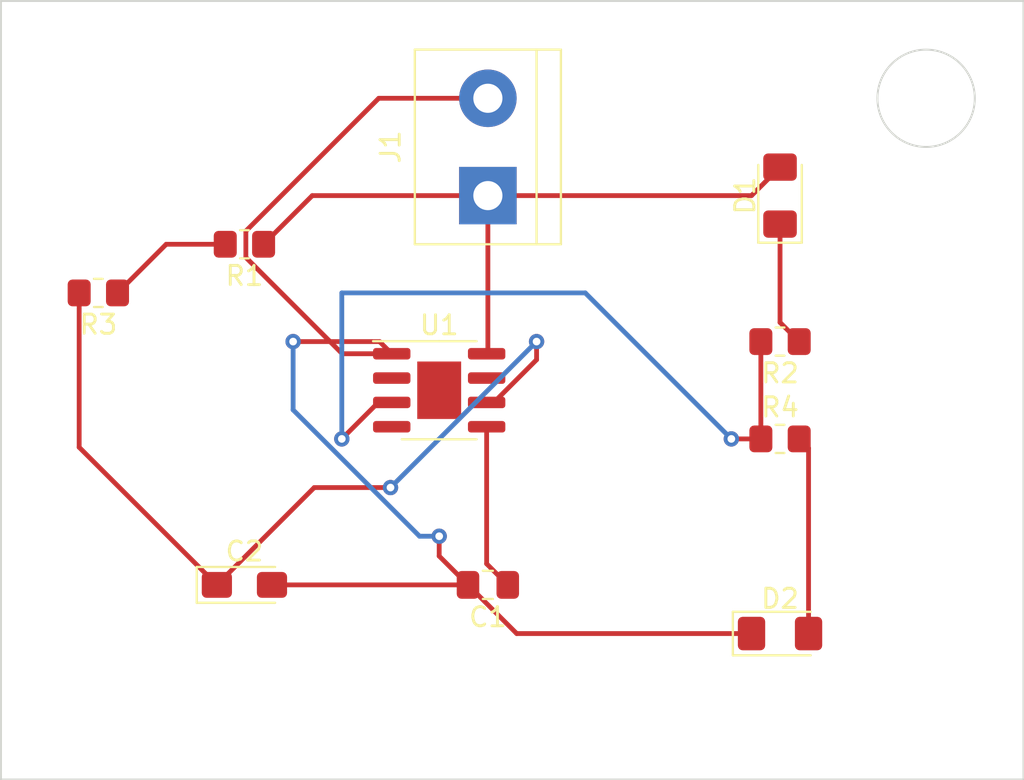
<source format=kicad_pcb>
(kicad_pcb (version 20211014) (generator pcbnew)
  (layers (0 "F.Cu" signal) (31 "B.Cu" signal) (34 "B.Paste" user) (35 "F.Paste" user) (36 "B.SilkS" user "B.Silkscreen") (37 "F.SilkS" user "F.Silkscreen") (38 "B.Mask" user) (39 "F.Mask" user) (44 "Edge.Cuts" user))
  (net 0 "")
  (net 1 "Net-(C1-Pad1)")
  (net 2 "GND")
  (net 3 "/pin_2")
  (net 4 "Net-(D1-Pad1)")
  (net 5 "+9V")
  (net 6 "Net-(D2-Pad2)")
  (net 7 "Net-(R1-Pad2)")
  (net 8 "/pin_3")
  (net 11 "/pin_7")
  (footprint "Capacitor_Tantalum_SMD:CP_EIA-3216-18_Kemet-A_Pad1.58x1.35mm_HandSolder" (layer "F.Cu") (at 144.78 104.14)
    (fp_text reference "C2" (at 0 -1.75) (layer "F.SilkS"))
    (fp_text value "10μF")
    (fp_line (start 1.6 -0.935) (end -2.485 -0.935) (layer "F.SilkS") (width 0.12))
    (fp_line (start -2.485 -0.935) (end -2.485 0.935) (layer "F.SilkS") (width 0.12))
    (fp_line (start -2.485 0.935) (end 1.6 0.935) (layer "F.SilkS") (width 0.12))
    (pad "1" smd roundrect (at -1.4375 0) (size 1.575 1.35) (layers "F.Cu" "F.Paste" "F.Mask") (roundrect_rratio 0.185185) (net 3 "/pin_2"))
    (pad "2" smd roundrect (at 1.4375 0) (size 1.575 1.35) (layers "F.Cu" "F.Paste" "F.Mask") (roundrect_rratio 0.185185) (net 2 "GND"))
  )
  (footprint "Resistor_SMD:R_0805_2012Metric_Pad1.20x1.40mm_HandSolder" (layer "F.Cu") (at 172.72 96.52)
    (fp_text reference "R4" (at 0 -1.65) (layer "F.SilkS"))
    (fp_text value "1k")
    (fp_line (start -0.227064 0.735) (end 0.227064 0.735) (layer "F.SilkS") (width 0.12))
    (fp_line (start -0.227064 -0.735) (end 0.227064 -0.735) (layer "F.SilkS") (width 0.12))
    (pad "1" smd roundrect (at -1 0) (size 1.2 1.4) (layers "F.Cu" "F.Paste" "F.Mask") (roundrect_rratio 0.208333) (net 8 "/pin_3"))
    (pad "2" smd roundrect (at 1 0) (size 1.2 1.4) (layers "F.Cu" "F.Paste" "F.Mask") (roundrect_rratio 0.208333) (net 6 "Net-(D2-Pad2)"))
  )
  (footprint "LED_SMD:LED_1206_3216Metric_Pad1.42x1.75mm_HandSolder" (layer "F.Cu") (at 172.72 83.82 90)
    (fp_text reference "D1" (at 0 -1.82 90) (layer "F.SilkS"))
    (fp_text value "LED")
    (fp_line (start -2.46 1.135) (end 1.6 1.135) (layer "F.SilkS") (width 0.12))
    (fp_line (start -2.46 -1.135) (end -2.46 1.135) (layer "F.SilkS") (width 0.12))
    (fp_line (start 1.6 -1.135) (end -2.46 -1.135) (layer "F.SilkS") (width 0.12))
    (pad "1" smd roundrect (at -1.4875 0 90) (size 1.425 1.75) (layers "F.Cu" "F.Paste" "F.Mask") (roundrect_rratio 0.175439) (net 4 "Net-(D1-Pad1)"))
    (pad "2" smd roundrect (at 1.4875 0 90) (size 1.425 1.75) (layers "F.Cu" "F.Paste" "F.Mask") (roundrect_rratio 0.175439) (net 5 "+9V"))
  )
  (footprint "Resistor_SMD:R_0805_2012Metric_Pad1.20x1.40mm_HandSolder" (layer "F.Cu") (at 144.78 86.36 180)
    (fp_text reference "R1" (at 0 -1.65) (layer "F.SilkS"))
    (fp_text value "1k")
    (fp_line (start -0.227064 -0.735) (end 0.227064 -0.735) (layer "F.SilkS") (width 0.12))
    (fp_line (start -0.227064 0.735) (end 0.227064 0.735) (layer "F.SilkS") (width 0.12))
    (pad "1" smd roundrect (at -1 0 180) (size 1.2 1.4) (layers "F.Cu" "F.Paste" "F.Mask") (roundrect_rratio 0.208333) (net 5 "+9V"))
    (pad "2" smd roundrect (at 1 0 180) (size 1.2 1.4) (layers "F.Cu" "F.Paste" "F.Mask") (roundrect_rratio 0.208333) (net 7 "Net-(R1-Pad2)"))
  )
  (footprint "Resistor_SMD:R_0805_2012Metric_Pad1.20x1.40mm_HandSolder" (layer "F.Cu") (at 172.72 91.44 180)
    (fp_text reference "R2" (at 0 -1.65) (layer "F.SilkS"))
    (fp_text value "1k")
    (fp_line (start -0.227064 0.735) (end 0.227064 0.735) (layer "F.SilkS") (width 0.12))
    (fp_line (start -0.227064 -0.735) (end 0.227064 -0.735) (layer "F.SilkS") (width 0.12))
    (pad "1" smd roundrect (at -1 0 180) (size 1.2 1.4) (layers "F.Cu" "F.Paste" "F.Mask") (roundrect_rratio 0.208333) (net 4 "Net-(D1-Pad1)"))
    (pad "2" smd roundrect (at 1 0 180) (size 1.2 1.4) (layers "F.Cu" "F.Paste" "F.Mask") (roundrect_rratio 0.208333) (net 8 "/pin_3"))
  )
  (footprint "Package_SO:SOIC-8-1EP_3.9x4.9mm_P1.27mm_EP2.29x3mm" (layer "F.Cu") (at 154.94 93.98)
    (fp_text reference "U1" (at 0 -3.4) (layer "F.SilkS"))
    (fp_text value "NE555D")
    (fp_line (start 0 2.56) (end 1.95 2.56) (layer "F.SilkS") (width 0.12))
    (fp_line (start 0 -2.56) (end 1.95 -2.56) (layer "F.SilkS") (width 0.12))
    (fp_line (start 0 -2.56) (end -3.45 -2.56) (layer "F.SilkS") (width 0.12))
    (fp_line (start 0 2.56) (end -1.95 2.56) (layer "F.SilkS") (width 0.12))
    (pad "1" smd roundrect (at -2.475 -1.905) (size 1.95 0.6) (layers "F.Cu" "F.Paste" "F.Mask") (net 2 "GND"))
    (pad "2" smd roundrect (at -2.475 -0.635) (size 1.95 0.6) (layers "F.Cu" "F.Paste" "F.Mask"))
    (pad "3" smd roundrect (at -2.475 0.635) (size 1.95 0.6) (layers "F.Cu" "F.Paste" "F.Mask") (net 8 "/pin_3"))
    (pad "4" smd roundrect (at -2.475 1.905) (size 1.95 0.6) (layers "F.Cu" "F.Paste" "F.Mask"))
    (pad "5" smd roundrect (at 2.475 1.905) (size 1.95 0.6) (layers "F.Cu" "F.Paste" "F.Mask") (net 1 "Net-(C1-Pad1)"))
    (pad "6" smd roundrect (at 2.475 0.635) (size 1.95 0.6) (layers "F.Cu" "F.Paste" "F.Mask") (net 3 "/pin_2"))
    (pad "7" smd roundrect (at 2.475 -0.635) (size 1.95 0.6) (layers "F.Cu" "F.Paste" "F.Mask") (net 11 "/pin_7"))
    (pad "8" smd roundrect (at 2.475 -1.905) (size 1.95 0.6) (layers "F.Cu" "F.Paste" "F.Mask") (net 5 "+9V"))
    (pad "9" smd rect (at 0 0) (size 2.29 3) (layers "F.Cu" "F.Mask"))
  )
  (footprint "LED_SMD:LED_1206_3216Metric_Pad1.42x1.75mm_HandSolder" (layer "F.Cu") (at 172.72 106.68)
    (fp_text reference "D2" (at 0 -1.82) (layer "F.SilkS"))
    (fp_text value "LED")
    (fp_line (start 1.6 -1.135) (end -2.46 -1.135) (layer "F.SilkS") (width 0.12))
    (fp_line (start -2.46 -1.135) (end -2.46 1.135) (layer "F.SilkS") (width 0.12))
    (fp_line (start -2.46 1.135) (end 1.6 1.135) (layer "F.SilkS") (width 0.12))
    (pad "1" smd roundrect (at -1.4875 0) (size 1.425 1.75) (layers "F.Cu" "F.Paste" "F.Mask") (roundrect_rratio 0.175439) (net 2 "GND"))
    (pad "2" smd roundrect (at 1.4875 0) (size 1.425 1.75) (layers "F.Cu" "F.Paste" "F.Mask") (roundrect_rratio 0.175439) (net 6 "Net-(D2-Pad2)"))
  )
  (footprint "Resistor_SMD:R_0805_2012Metric_Pad1.20x1.40mm_HandSolder" (layer "F.Cu") (at 137.16 88.9 180)
    (fp_text reference "R3" (at 0 -1.65) (layer "F.SilkS"))
    (fp_text value "10k")
    (fp_line (start -0.227064 -0.735) (end 0.227064 -0.735) (layer "F.SilkS") (width 0.12))
    (fp_line (start -0.227064 0.735) (end 0.227064 0.735) (layer "F.SilkS") (width 0.12))
    (pad "1" smd roundrect (at -1 0 180) (size 1.2 1.4) (layers "F.Cu" "F.Paste" "F.Mask") (roundrect_rratio 0.208333) (net 7 "Net-(R1-Pad2)"))
    (pad "2" smd roundrect (at 1 0 180) (size 1.2 1.4) (layers "F.Cu" "F.Paste" "F.Mask") (roundrect_rratio 0.208333) (net 3 "/pin_2"))
  )
  (footprint "TerminalBlock:TerminalBlock_bornier-2_P5.08mm" (layer "F.Cu") (at 157.48 83.82 90)
    (fp_text reference "J1" (at 2.54 -5.08 90) (layer "F.SilkS"))
    (fp_text value "Conn_01x02_Male")
    (fp_line (start 7.62 -3.81) (end -2.54 -3.81) (layer "F.SilkS") (width 0.12))
    (fp_line (start -2.54 3.81) (end 7.62 3.81) (layer "F.SilkS") (width 0.12))
    (fp_line (start -2.54 -3.81) (end -2.54 3.81) (layer "F.SilkS") (width 0.12))
    (fp_line (start 7.62 2.54) (end -2.54 2.54) (layer "F.SilkS") (width 0.12))
    (fp_line (start 7.62 3.81) (end 7.62 -3.81) (layer "F.SilkS") (width 0.12))
    (pad "1" thru_hole rect (at 0 0 90) (size 3 3) (drill 1.52) (layers *.Cu *.Mask) (net 5 "+9V"))
    (pad "2" thru_hole circle (at 5.08 0 90) (size 3 3) (drill 1.52) (layers *.Cu *.Mask) (net 2 "GND"))
  )
  (footprint "Capacitor_SMD:C_0805_2012Metric_Pad1.18x1.45mm_HandSolder" (layer "F.Cu") (at 157.48 104.14 180)
    (fp_text reference "C1" (at 0 -1.68) (layer "F.SilkS"))
    (fp_text value "0.01μF")
    (fp_line (start -0.261252 0.735) (end 0.261252 0.735) (layer "F.SilkS") (width 0.12))
    (fp_line (start -0.261252 -0.735) (end 0.261252 -0.735) (layer "F.SilkS") (width 0.12))
    (pad "1" smd roundrect (at -1.0375 0 180) (size 1.175 1.45) (layers "F.Cu" "F.Paste" "F.Mask") (roundrect_rratio 0.212766) (net 1 "Net-(C1-Pad1)"))
    (pad "2" smd roundrect (at 1.0375 0 180) (size 1.175 1.45) (layers "F.Cu" "F.Paste" "F.Mask") (roundrect_rratio 0.212766) (net 2 "GND"))
  )
  (gr_rect (start 185.42 114.3) (end 132.08 73.66) (layer "Edge.Cuts") (width 0.1) (fill none))
  (gr_circle (center 180.34 78.74) (end 180.34 81.28) (layer "Edge.Cuts") (width 0.1) (fill none))
  (segment (start 157.415 103.0375) (end 158.5175 104.14) (width 0.25) (layer "F.Cu") (net 1))
  (segment (start 157.415 95.885) (end 157.415 103.0375) (width 0.25) (layer "F.Cu") (net 1))
  (segment (start 152.465 92.075) (end 151.83 91.44) (width 0.25) (layer "F.Cu") (net 2))
  (segment (start 171.2325 106.68) (end 158.9825 106.68) (width 0.25) (layer "F.Cu") (net 2))
  (segment (start 156.4425 104.14) (end 154.94 102.6375) (width 0.25) (layer "F.Cu") (net 2))
  (segment (start 158.9825 106.68) (end 156.4425 104.14) (width 0.25) (layer "F.Cu") (net 2))
  (segment (start 151.83 91.44) (end 147.32 91.44) (width 0.25) (layer "F.Cu") (net 2))
  (segment (start 154.94 102.6375) (end 154.94 101.6) (width 0.25) (layer "F.Cu") (net 2))
  (segment (start 144.855 87.048173) (end 149.881827 92.075) (width 0.25) (layer "F.Cu") (net 2))
  (segment (start 144.855 85.671827) (end 144.855 87.048173) (width 0.25) (layer "F.Cu") (net 2))
  (segment (start 146.2175 104.14) (end 156.4425 104.14) (width 0.25) (layer "F.Cu") (net 2))
  (segment (start 151.786827 78.74) (end 144.855 85.671827) (width 0.25) (layer "F.Cu") (net 2))
  (segment (start 157.48 78.74) (end 151.786827 78.74) (width 0.25) (layer "F.Cu") (net 2))
  (segment (start 149.881827 92.075) (end 152.465 92.075) (width 0.25) (layer "F.Cu") (net 2))
  (via (at 147.32 91.44) (size 0.8) (drill 0.4) (layers "F.Cu" "B.Cu") (net 2))
  (via (at 154.94 101.6) (size 0.8) (drill 0.4) (layers "F.Cu" "B.Cu") (net 2))
  (segment (start 153.914695 101.6) (end 154.94 101.6) (width 0.25) (layer "B.Cu") (net 2))
  (segment (start 147.32 95.005305) (end 153.914695 101.6) (width 0.25) (layer "B.Cu") (net 2))
  (segment (start 147.32 91.44) (end 147.32 95.005305) (width 0.25) (layer "B.Cu") (net 2))
  (segment (start 148.4225 99.06) (end 152.4 99.06) (width 0.25) (layer "F.Cu") (net 3))
  (segment (start 157.791751 94.615) (end 160.02 92.386751) (width 0.25) (layer "F.Cu") (net 3))
  (segment (start 136.16 88.9) (end 136.16 96.9575) (width 0.25) (layer "F.Cu") (net 3))
  (segment (start 160.02 92.386751) (end 160.02 91.44) (width 0.25) (layer "F.Cu") (net 3))
  (segment (start 136.16 96.9575) (end 143.3425 104.14) (width 0.25) (layer "F.Cu") (net 3))
  (segment (start 143.3425 104.14) (end 148.4225 99.06) (width 0.25) (layer "F.Cu") (net 3))
  (via (at 152.4 99.06) (size 0.8) (drill 0.4) (layers "F.Cu" "B.Cu") (net 3))
  (via (at 160.02 91.44) (size 0.8) (drill 0.4) (layers "F.Cu" "B.Cu") (net 3))
  (segment (start 160.02 91.44) (end 152.4 99.06) (width 0.25) (layer "B.Cu") (net 3))
  (segment (start 173.72 91.44) (end 172.72 90.44) (width 0.25) (layer "F.Cu") (net 4))
  (segment (start 172.72 90.44) (end 172.72 85.3075) (width 0.25) (layer "F.Cu") (net 4))
  (segment (start 148.32 83.82) (end 157.48 83.82) (width 0.25) (layer "F.Cu") (net 5))
  (segment (start 157.48 92.01) (end 157.48 83.82) (width 0.25) (layer "F.Cu") (net 5))
  (segment (start 157.48 83.82) (end 171.2325 83.82) (width 0.25) (layer "F.Cu") (net 5))
  (segment (start 157.415 92.075) (end 157.48 92.01) (width 0.25) (layer "F.Cu") (net 5))
  (segment (start 171.2325 83.82) (end 172.72 82.3325) (width 0.25) (layer "F.Cu") (net 5))
  (segment (start 145.78 86.36) (end 148.32 83.82) (width 0.25) (layer "F.Cu") (net 5))
  (segment (start 174.2075 97.0075) (end 173.72 96.52) (width 0.25) (layer "F.Cu") (net 6))
  (segment (start 174.2075 106.68) (end 174.2075 97.0075) (width 0.25) (layer "F.Cu") (net 6))
  (segment (start 140.7 86.36) (end 143.78 86.36) (width 0.25) (layer "F.Cu") (net 7))
  (segment (start 138.16 88.9) (end 140.7 86.36) (width 0.25) (layer "F.Cu") (net 7))
  (segment (start 151.765 94.615) (end 149.86 96.52) (width 0.25) (layer "F.Cu") (net 8))
  (segment (start 171.72 96.52) (end 170.18 96.52) (width 0.25) (layer "F.Cu") (net 8))
  (segment (start 152.465 94.615) (end 151.765 94.615) (width 0.25) (layer "F.Cu") (net 8))
  (segment (start 171.72 96.52) (end 171.72 91.44) (width 0.25) (layer "F.Cu") (net 8))
  (via (at 170.18 96.52) (size 0.8) (drill 0.4) (layers "F.Cu" "B.Cu") (net 8))
  (via (at 149.86 96.52) (size 0.8) (drill 0.4) (layers "F.Cu" "B.Cu") (net 8))
  (segment (start 162.56 88.9) (end 170.18 96.52) (width 0.25) (layer "B.Cu") (net 8))
  (segment (start 149.86 96.52) (end 149.86 88.9) (width 0.25) (layer "B.Cu") (net 8))
  (segment (start 149.86 88.9) (end 162.56 88.9) (width 0.25) (layer "B.Cu") (net 8))
)
</source>
